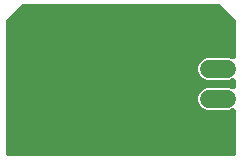
<source format=gbr>
G04 EAGLE Gerber RS-274X export*
G75*
%MOMM*%
%FSLAX34Y34*%
%LPD*%
%INBottom Copper*%
%IPPOS*%
%AMOC8*
5,1,8,0,0,1.08239X$1,22.5*%
G01*
G04 Define Apertures*
%ADD10C,1.524000*%
G36*
X96421Y-61068D02*
X95430Y-61269D01*
X-94642Y-61269D01*
X-95557Y-61098D01*
X-96409Y-60553D01*
X-96980Y-59719D01*
X-97182Y-58729D01*
X-97182Y53233D01*
X-96996Y54186D01*
X-96438Y55029D01*
X-84324Y67143D01*
X-83518Y67686D01*
X-82527Y67887D01*
X83316Y67887D01*
X84269Y67702D01*
X85112Y67143D01*
X97226Y55029D01*
X97769Y54224D01*
X97970Y53233D01*
X97970Y23242D01*
X97806Y22346D01*
X97268Y21490D01*
X96439Y20912D01*
X95450Y20703D01*
X94458Y20896D01*
X92169Y21844D01*
X73291Y21844D01*
X69930Y20452D01*
X67358Y17880D01*
X65966Y14519D01*
X65966Y10881D01*
X67358Y7520D01*
X69930Y4948D01*
X73291Y3556D01*
X92169Y3556D01*
X94458Y4504D01*
X95349Y4696D01*
X96345Y4527D01*
X97197Y3982D01*
X97769Y3148D01*
X97970Y2158D01*
X97970Y-2158D01*
X97806Y-3054D01*
X97268Y-3910D01*
X96439Y-4488D01*
X95450Y-4697D01*
X94458Y-4504D01*
X92169Y-3556D01*
X73291Y-3556D01*
X69930Y-4948D01*
X67358Y-7520D01*
X65966Y-10881D01*
X65966Y-14519D01*
X67358Y-17880D01*
X69930Y-20452D01*
X73291Y-21844D01*
X92169Y-21844D01*
X94458Y-20896D01*
X95349Y-20704D01*
X96345Y-20873D01*
X97197Y-21418D01*
X97769Y-22252D01*
X97970Y-23242D01*
X97970Y-58729D01*
X97799Y-59644D01*
X97254Y-60496D01*
X96421Y-61068D01*
G37*
D10*
X75110Y12700D02*
X90350Y12700D01*
X90350Y-12700D02*
X75110Y-12700D01*
M02*

</source>
